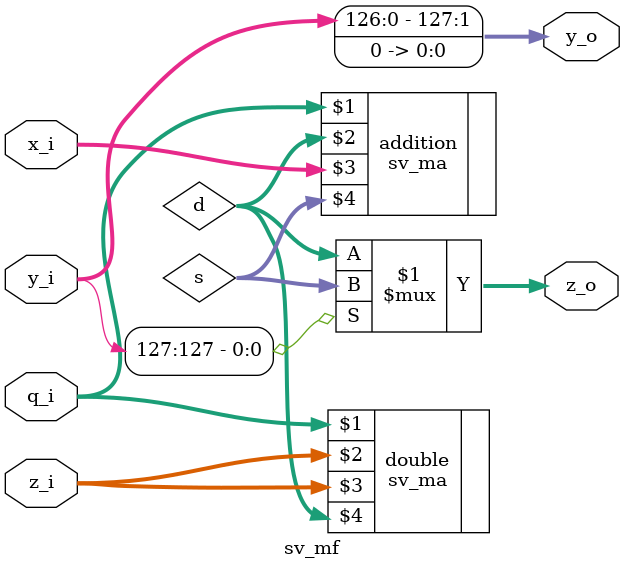
<source format=sv>

module sv_mf #(
  parameter DATA_WIDTH = 128) 
(
  input  logic  [DATA_WIDTH-1:0] q_i,

  input  logic  [DATA_WIDTH-1:0] x_i,
  input  logic  [DATA_WIDTH-1:0] y_i,
  input  logic  [DATA_WIDTH-1:0] z_i,

  output logic  [DATA_WIDTH-1:0] y_o,
  output logic  [DATA_WIDTH-1:0] z_o); 

  logic [DATA_WIDTH-1:0] d; 
  logic [DATA_WIDTH-1:0] s;

  sv_ma #(DATA_WIDTH) double   (q_i,z_i,z_i,d);
  sv_ma #(DATA_WIDTH) addition (q_i,d,x_i,s);

  assign z_o = y_i[DATA_WIDTH-1] ? s : d;
  assign y_o = {y_i[DATA_WIDTH-2:0],'0};

endmodule


</source>
